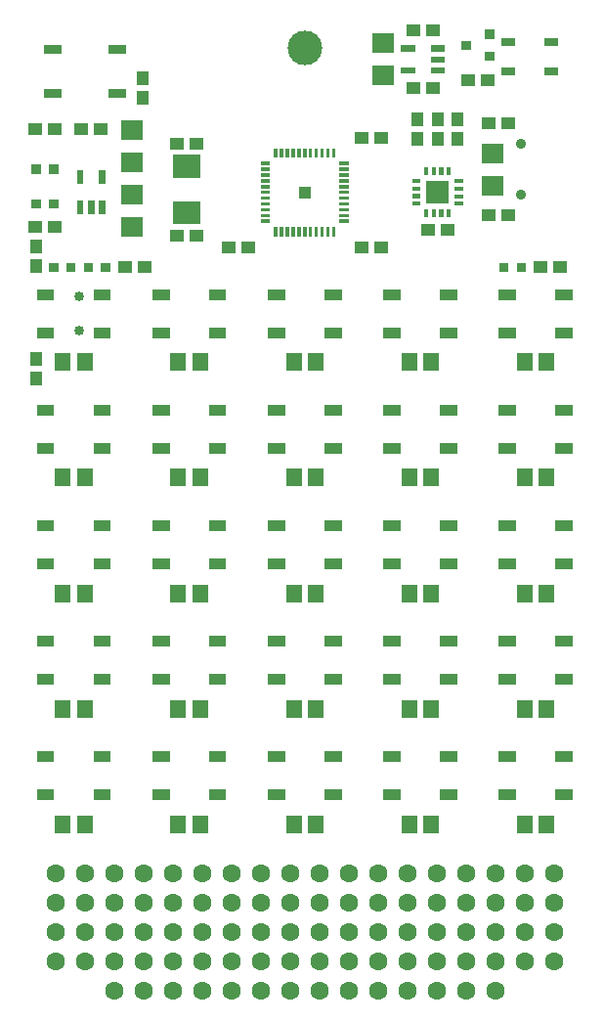
<source format=gbr>
G04 DipTrace 2.4.0.2*
%INTopMask.gbr*%
%MOIN*%
%ADD37C,0.0354*%
%ADD38C,0.1181*%
%ADD39C,0.0335*%
%ADD42C,0.063*%
%ADD52R,0.0551X0.063*%
%ADD54R,0.0433X0.0472*%
%ADD56R,0.0748X0.0669*%
%ADD58R,0.0472X0.0433*%
%FSLAX44Y44*%
G04*
G70*
G90*
G75*
G01*
%LNTopMask*%
%LPD*%
D58*
X13543Y34252D3*
X14213D3*
X11772Y30610D3*
X12441D3*
X5472Y27264D3*
X6142D3*
X5472Y30413D3*
X6142D3*
D56*
X3937Y30866D3*
Y29764D3*
Y27559D3*
Y28661D3*
D58*
X7913Y26870D3*
X7244D3*
X11772D3*
X12441D3*
X13543Y32283D3*
X14213D3*
D56*
X12500Y32717D3*
Y33819D3*
D54*
X14370Y30571D3*
Y31240D3*
X13681Y30571D3*
Y31240D3*
X15059Y30571D3*
Y31240D3*
D58*
X14035Y27461D3*
X14705D3*
D52*
X2343Y22953D3*
X1594D3*
X6280D3*
X5531D3*
X10217D3*
X9469D3*
X14154D3*
X13406D3*
X18091D3*
X17343D3*
X2343Y19016D3*
X1594D3*
X6280D3*
X5531D3*
X10217D3*
X9469D3*
X14154D3*
X13406D3*
X18091D3*
X17343D3*
X2343Y15079D3*
X1594D3*
X6280D3*
X5531D3*
X10217D3*
X9469D3*
X14154D3*
X13406D3*
X18091D3*
X17343D3*
X2343Y11142D3*
X1594D3*
X6280D3*
X5531D3*
X10217D3*
X9469D3*
X14154D3*
X13406D3*
X18091D3*
X17343D3*
X2343Y7205D3*
X1594D3*
X6280D3*
X5531D3*
X10217D3*
X9469D3*
X14154D3*
X13406D3*
X18091D3*
X17343D3*
D37*
X17224Y30394D3*
Y28661D3*
G36*
X18484Y33996D2*
X18012D1*
Y33720D1*
X18484D1*
Y33996D1*
G37*
G36*
X17028D2*
X16555D1*
Y33720D1*
X17028D1*
Y33996D1*
G37*
G36*
X18484Y33012D2*
X18012D1*
Y32736D1*
X18484D1*
Y33012D1*
G37*
G36*
X17028D2*
X16555D1*
Y32736D1*
X17028D1*
Y33012D1*
G37*
D56*
X16240Y30079D3*
Y28976D3*
D38*
X9843Y33661D3*
G36*
X846Y29370D2*
Y29685D1*
X531D1*
Y29370D1*
X846D1*
G37*
G36*
X1437D2*
Y29685D1*
X1122D1*
Y29370D1*
X1437D1*
G37*
G36*
X846Y28189D2*
Y28504D1*
X531D1*
Y28189D1*
X846D1*
G37*
G36*
X1437D2*
Y28504D1*
X1122D1*
Y28189D1*
X1437D1*
G37*
G36*
X1713Y26339D2*
Y26024D1*
X2028D1*
Y26339D1*
X1713D1*
G37*
G36*
X1122D2*
Y26024D1*
X1437D1*
Y26339D1*
X1122D1*
G37*
G36*
X2618Y26024D2*
Y26339D1*
X2303D1*
Y26024D1*
X2618D1*
G37*
G36*
X3209D2*
Y26339D1*
X2894D1*
Y26024D1*
X3209D1*
G37*
G36*
X16791D2*
Y26339D1*
X16476D1*
Y26024D1*
X16791D1*
G37*
G36*
X17382D2*
Y26339D1*
X17067D1*
Y26024D1*
X17382D1*
G37*
G36*
X2638Y23780D2*
X3228D1*
Y24134D1*
X2638D1*
Y23780D1*
G37*
G36*
Y25079D2*
X3228D1*
Y25433D1*
X2638D1*
Y25079D1*
G37*
G36*
X709D2*
X1299D1*
Y25433D1*
X709D1*
Y25079D1*
G37*
G36*
Y23780D2*
X1299D1*
Y24134D1*
X709D1*
Y23780D1*
G37*
G36*
X6575D2*
X7165D1*
Y24134D1*
X6575D1*
Y23780D1*
G37*
G36*
Y25079D2*
X7165D1*
Y25433D1*
X6575D1*
Y25079D1*
G37*
G36*
X4646D2*
X5236D1*
Y25433D1*
X4646D1*
Y25079D1*
G37*
G36*
Y23780D2*
X5236D1*
Y24134D1*
X4646D1*
Y23780D1*
G37*
G36*
X10512D2*
X11102D1*
Y24134D1*
X10512D1*
Y23780D1*
G37*
G36*
Y25079D2*
X11102D1*
Y25433D1*
X10512D1*
Y25079D1*
G37*
G36*
X8583D2*
X9173D1*
Y25433D1*
X8583D1*
Y25079D1*
G37*
G36*
Y23780D2*
X9173D1*
Y24134D1*
X8583D1*
Y23780D1*
G37*
G36*
X14449D2*
X15039D1*
Y24134D1*
X14449D1*
Y23780D1*
G37*
G36*
Y25079D2*
X15039D1*
Y25433D1*
X14449D1*
Y25079D1*
G37*
G36*
X12520D2*
X13110D1*
Y25433D1*
X12520D1*
Y25079D1*
G37*
G36*
Y23780D2*
X13110D1*
Y24134D1*
X12520D1*
Y23780D1*
G37*
G36*
X18386D2*
X18976D1*
Y24134D1*
X18386D1*
Y23780D1*
G37*
G36*
Y25079D2*
X18976D1*
Y25433D1*
X18386D1*
Y25079D1*
G37*
G36*
X16457D2*
X17047D1*
Y25433D1*
X16457D1*
Y25079D1*
G37*
G36*
Y23780D2*
X17047D1*
Y24134D1*
X16457D1*
Y23780D1*
G37*
G36*
X2638Y19843D2*
X3228D1*
Y20197D1*
X2638D1*
Y19843D1*
G37*
G36*
Y21142D2*
X3228D1*
Y21496D1*
X2638D1*
Y21142D1*
G37*
G36*
X709D2*
X1299D1*
Y21496D1*
X709D1*
Y21142D1*
G37*
G36*
Y19843D2*
X1299D1*
Y20197D1*
X709D1*
Y19843D1*
G37*
G36*
X6575D2*
X7165D1*
Y20197D1*
X6575D1*
Y19843D1*
G37*
G36*
Y21142D2*
X7165D1*
Y21496D1*
X6575D1*
Y21142D1*
G37*
G36*
X4646D2*
X5236D1*
Y21496D1*
X4646D1*
Y21142D1*
G37*
G36*
Y19843D2*
X5236D1*
Y20197D1*
X4646D1*
Y19843D1*
G37*
G36*
X10512D2*
X11102D1*
Y20197D1*
X10512D1*
Y19843D1*
G37*
G36*
Y21142D2*
X11102D1*
Y21496D1*
X10512D1*
Y21142D1*
G37*
G36*
X8583D2*
X9173D1*
Y21496D1*
X8583D1*
Y21142D1*
G37*
G36*
Y19843D2*
X9173D1*
Y20197D1*
X8583D1*
Y19843D1*
G37*
G36*
X14449D2*
X15039D1*
Y20197D1*
X14449D1*
Y19843D1*
G37*
G36*
Y21142D2*
X15039D1*
Y21496D1*
X14449D1*
Y21142D1*
G37*
G36*
X12520D2*
X13110D1*
Y21496D1*
X12520D1*
Y21142D1*
G37*
G36*
Y19843D2*
X13110D1*
Y20197D1*
X12520D1*
Y19843D1*
G37*
G36*
X18386D2*
X18976D1*
Y20197D1*
X18386D1*
Y19843D1*
G37*
G36*
Y21142D2*
X18976D1*
Y21496D1*
X18386D1*
Y21142D1*
G37*
G36*
X16457D2*
X17047D1*
Y21496D1*
X16457D1*
Y21142D1*
G37*
G36*
Y19843D2*
X17047D1*
Y20197D1*
X16457D1*
Y19843D1*
G37*
G36*
X2638Y15906D2*
X3228D1*
Y16260D1*
X2638D1*
Y15906D1*
G37*
G36*
Y17205D2*
X3228D1*
Y17559D1*
X2638D1*
Y17205D1*
G37*
G36*
X709D2*
X1299D1*
Y17559D1*
X709D1*
Y17205D1*
G37*
G36*
Y15906D2*
X1299D1*
Y16260D1*
X709D1*
Y15906D1*
G37*
G36*
X6575D2*
X7165D1*
Y16260D1*
X6575D1*
Y15906D1*
G37*
G36*
Y17205D2*
X7165D1*
Y17559D1*
X6575D1*
Y17205D1*
G37*
G36*
X4646D2*
X5236D1*
Y17559D1*
X4646D1*
Y17205D1*
G37*
G36*
Y15906D2*
X5236D1*
Y16260D1*
X4646D1*
Y15906D1*
G37*
G36*
X10512D2*
X11102D1*
Y16260D1*
X10512D1*
Y15906D1*
G37*
G36*
Y17205D2*
X11102D1*
Y17559D1*
X10512D1*
Y17205D1*
G37*
G36*
X8583D2*
X9173D1*
Y17559D1*
X8583D1*
Y17205D1*
G37*
G36*
Y15906D2*
X9173D1*
Y16260D1*
X8583D1*
Y15906D1*
G37*
G36*
X14449D2*
X15039D1*
Y16260D1*
X14449D1*
Y15906D1*
G37*
G36*
Y17205D2*
X15039D1*
Y17559D1*
X14449D1*
Y17205D1*
G37*
G36*
X12520D2*
X13110D1*
Y17559D1*
X12520D1*
Y17205D1*
G37*
G36*
Y15906D2*
X13110D1*
Y16260D1*
X12520D1*
Y15906D1*
G37*
G36*
X18386D2*
X18976D1*
Y16260D1*
X18386D1*
Y15906D1*
G37*
G36*
Y17205D2*
X18976D1*
Y17559D1*
X18386D1*
Y17205D1*
G37*
G36*
X16457D2*
X17047D1*
Y17559D1*
X16457D1*
Y17205D1*
G37*
G36*
Y15906D2*
X17047D1*
Y16260D1*
X16457D1*
Y15906D1*
G37*
G36*
X2638Y11969D2*
X3228D1*
Y12323D1*
X2638D1*
Y11969D1*
G37*
G36*
Y13268D2*
X3228D1*
Y13622D1*
X2638D1*
Y13268D1*
G37*
G36*
X709D2*
X1299D1*
Y13622D1*
X709D1*
Y13268D1*
G37*
G36*
Y11969D2*
X1299D1*
Y12323D1*
X709D1*
Y11969D1*
G37*
G36*
X6575D2*
X7165D1*
Y12323D1*
X6575D1*
Y11969D1*
G37*
G36*
Y13268D2*
X7165D1*
Y13622D1*
X6575D1*
Y13268D1*
G37*
G36*
X4646D2*
X5236D1*
Y13622D1*
X4646D1*
Y13268D1*
G37*
G36*
Y11969D2*
X5236D1*
Y12323D1*
X4646D1*
Y11969D1*
G37*
G36*
X10512D2*
X11102D1*
Y12323D1*
X10512D1*
Y11969D1*
G37*
G36*
Y13268D2*
X11102D1*
Y13622D1*
X10512D1*
Y13268D1*
G37*
G36*
X8583D2*
X9173D1*
Y13622D1*
X8583D1*
Y13268D1*
G37*
G36*
Y11969D2*
X9173D1*
Y12323D1*
X8583D1*
Y11969D1*
G37*
G36*
X14449D2*
X15039D1*
Y12323D1*
X14449D1*
Y11969D1*
G37*
G36*
Y13268D2*
X15039D1*
Y13622D1*
X14449D1*
Y13268D1*
G37*
G36*
X12520D2*
X13110D1*
Y13622D1*
X12520D1*
Y13268D1*
G37*
G36*
Y11969D2*
X13110D1*
Y12323D1*
X12520D1*
Y11969D1*
G37*
G36*
X18386D2*
X18976D1*
Y12323D1*
X18386D1*
Y11969D1*
G37*
G36*
Y13268D2*
X18976D1*
Y13622D1*
X18386D1*
Y13268D1*
G37*
G36*
X16457D2*
X17047D1*
Y13622D1*
X16457D1*
Y13268D1*
G37*
G36*
Y11969D2*
X17047D1*
Y12323D1*
X16457D1*
Y11969D1*
G37*
G36*
X2638Y8031D2*
X3228D1*
Y8386D1*
X2638D1*
Y8031D1*
G37*
G36*
Y9331D2*
X3228D1*
Y9685D1*
X2638D1*
Y9331D1*
G37*
G36*
X709D2*
X1299D1*
Y9685D1*
X709D1*
Y9331D1*
G37*
G36*
Y8031D2*
X1299D1*
Y8386D1*
X709D1*
Y8031D1*
G37*
G36*
X6575D2*
X7165D1*
Y8386D1*
X6575D1*
Y8031D1*
G37*
G36*
Y9331D2*
X7165D1*
Y9685D1*
X6575D1*
Y9331D1*
G37*
G36*
X4646D2*
X5236D1*
Y9685D1*
X4646D1*
Y9331D1*
G37*
G36*
Y8031D2*
X5236D1*
Y8386D1*
X4646D1*
Y8031D1*
G37*
G36*
X10512D2*
X11102D1*
Y8386D1*
X10512D1*
Y8031D1*
G37*
G36*
Y9331D2*
X11102D1*
Y9685D1*
X10512D1*
Y9331D1*
G37*
G36*
X8583D2*
X9173D1*
Y9685D1*
X8583D1*
Y9331D1*
G37*
G36*
Y8031D2*
X9173D1*
Y8386D1*
X8583D1*
Y8031D1*
G37*
G36*
X14449D2*
X15039D1*
Y8386D1*
X14449D1*
Y8031D1*
G37*
G36*
Y9331D2*
X15039D1*
Y9685D1*
X14449D1*
Y9331D1*
G37*
G36*
X12520D2*
X13110D1*
Y9685D1*
X12520D1*
Y9331D1*
G37*
G36*
Y8031D2*
X13110D1*
Y8386D1*
X12520D1*
Y8031D1*
G37*
G36*
X18386D2*
X18976D1*
Y8386D1*
X18386D1*
Y8031D1*
G37*
G36*
Y9331D2*
X18976D1*
Y9685D1*
X18386D1*
Y9331D1*
G37*
G36*
X16457D2*
X17047D1*
Y9685D1*
X16457D1*
Y9331D1*
G37*
G36*
Y8031D2*
X17047D1*
Y8386D1*
X16457D1*
Y8031D1*
G37*
D42*
X3343Y1543D3*
X4343D3*
X5343D3*
X6343D3*
X7343D3*
X8343D3*
X9343D3*
X10343D3*
X11343D3*
X12343D3*
X13343D3*
X14343D3*
X15343D3*
X16343D3*
X18343Y2543D3*
X17343D3*
X16343D3*
X15343D3*
X14343D3*
X13343D3*
X12343D3*
X11343D3*
X10343D3*
X9343D3*
X8343D3*
X7343D3*
X6343D3*
X5343D3*
X4343D3*
X3343D3*
X2343D3*
X1343D3*
Y3543D3*
X2343D3*
X3343D3*
X4343D3*
X5343D3*
X6343D3*
X7343D3*
X8343D3*
X9343D3*
X10343D3*
X11343D3*
X12343D3*
X13343D3*
X14343D3*
X15343D3*
X16343D3*
X17343D3*
X18343D3*
Y4543D3*
X17343D3*
X16343D3*
X15343D3*
X14343D3*
X13343D3*
X12343D3*
X11343D3*
X10343D3*
X9343D3*
X8343D3*
X7343D3*
X6343D3*
X5343D3*
X4343D3*
X3343D3*
X2343D3*
X1343D3*
Y5543D3*
X2343D3*
X3343D3*
X4343D3*
X5343D3*
X6343D3*
X7343D3*
X8343D3*
X9343D3*
X10343D3*
X11343D3*
X12343D3*
X13343D3*
X14343D3*
X15343D3*
X16343D3*
X17343D3*
X18343D3*
D58*
X1319Y30906D3*
X650D3*
X1319Y27559D3*
X650D3*
X2894Y30906D3*
X2224D3*
X16083Y32579D3*
X15413D3*
D54*
X4331Y32618D3*
Y31949D3*
X689Y26240D3*
Y26909D3*
D58*
X3701Y26181D3*
X4370D3*
X17874D3*
X18543D3*
X16772Y27953D3*
X16102D3*
X16772Y31102D3*
X16102D3*
D54*
X689Y23071D3*
Y22402D3*
D39*
X2165Y25197D3*
Y24016D3*
G36*
X962Y33774D2*
Y33474D1*
X1562D1*
Y33774D1*
X962D1*
G37*
G36*
X3162D2*
Y33474D1*
X3762D1*
Y33774D1*
X3162D1*
G37*
G36*
X962Y32274D2*
Y31974D1*
X1562D1*
Y32274D1*
X962D1*
G37*
G36*
X3162D2*
Y31974D1*
X3762D1*
Y32274D1*
X3162D1*
G37*
G36*
X15523Y33595D2*
Y33905D1*
X15173D1*
Y33595D1*
X15523D1*
G37*
G36*
X16323Y33975D2*
Y34285D1*
X15973D1*
Y33975D1*
X16323D1*
G37*
G36*
Y33215D2*
Y33525D1*
X15973D1*
Y33215D1*
X16323D1*
G37*
G36*
X2293Y28465D2*
X2077D1*
Y27992D1*
X2293D1*
Y28465D1*
G37*
G36*
X2667D2*
X2451D1*
Y27992D1*
X2667D1*
Y28465D1*
G37*
G36*
X3041D2*
X2825D1*
Y27992D1*
X3041D1*
Y28465D1*
G37*
G36*
Y29488D2*
X2825D1*
Y29016D1*
X3041D1*
Y29488D1*
G37*
G36*
X2293D2*
X2077D1*
Y29016D1*
X2293D1*
Y29488D1*
G37*
G36*
X14154Y33002D2*
Y32785D1*
X14626D1*
Y33002D1*
X14154D1*
G37*
G36*
Y33376D2*
Y33159D1*
X14626D1*
Y33376D1*
X14154D1*
G37*
G36*
Y33750D2*
Y33533D1*
X14626D1*
Y33750D1*
X14154D1*
G37*
G36*
X13130D2*
Y33533D1*
X13602D1*
Y33750D1*
X13130D1*
G37*
G36*
Y33002D2*
Y32785D1*
X13602D1*
Y33002D1*
X13130D1*
G37*
G36*
X10039Y28543D2*
X9645D1*
Y28937D1*
X10039D1*
Y28543D1*
G37*
G36*
X10768Y30236D2*
Y29921D1*
X10886D1*
Y30236D1*
X10768D1*
G37*
G36*
X10571D2*
Y29921D1*
X10689D1*
Y30236D1*
X10571D1*
G37*
G36*
X10374D2*
Y29921D1*
X10492D1*
Y30236D1*
X10374D1*
G37*
G36*
X10177D2*
Y29921D1*
X10295D1*
Y30236D1*
X10177D1*
G37*
G36*
X9980D2*
Y29921D1*
X10098D1*
Y30236D1*
X9980D1*
G37*
G36*
X9783D2*
Y29921D1*
X9902D1*
Y30236D1*
X9783D1*
G37*
G36*
X9705Y29921D2*
Y30236D1*
X9587D1*
Y29921D1*
X9705D1*
G37*
G36*
X9508D2*
Y30236D1*
X9390D1*
Y29921D1*
X9508D1*
G37*
G36*
X9311D2*
Y30236D1*
X9193D1*
Y29921D1*
X9311D1*
G37*
G36*
X9114D2*
Y30236D1*
X8996D1*
Y29921D1*
X9114D1*
G37*
G36*
X8917D2*
Y30236D1*
X8799D1*
Y29921D1*
X8917D1*
G37*
G36*
X8346Y29665D2*
X8661D1*
Y29783D1*
X8346D1*
Y29665D1*
G37*
G36*
Y29469D2*
X8661D1*
Y29587D1*
X8346D1*
Y29469D1*
G37*
G36*
Y29272D2*
X8661D1*
Y29390D1*
X8346D1*
Y29272D1*
G37*
G36*
Y29075D2*
X8661D1*
Y29193D1*
X8346D1*
Y29075D1*
G37*
G36*
Y28878D2*
X8661D1*
Y28996D1*
X8346D1*
Y28878D1*
G37*
G36*
Y28681D2*
X8661D1*
Y28799D1*
X8346D1*
Y28681D1*
G37*
G36*
X8661Y28602D2*
X8346D1*
Y28484D1*
X8661D1*
Y28602D1*
G37*
G36*
Y28406D2*
X8346D1*
Y28287D1*
X8661D1*
Y28406D1*
G37*
G36*
Y28209D2*
X8346D1*
Y28091D1*
X8661D1*
Y28209D1*
G37*
G36*
Y28012D2*
X8346D1*
Y27894D1*
X8661D1*
Y28012D1*
G37*
G36*
Y27815D2*
X8346D1*
Y27697D1*
X8661D1*
Y27815D1*
G37*
G36*
X8917Y27244D2*
Y27559D1*
X8799D1*
Y27244D1*
X8917D1*
G37*
G36*
X9114D2*
Y27559D1*
X8996D1*
Y27244D1*
X9114D1*
G37*
G36*
X9311D2*
Y27559D1*
X9193D1*
Y27244D1*
X9311D1*
G37*
G36*
X9508D2*
Y27559D1*
X9390D1*
Y27244D1*
X9508D1*
G37*
G36*
X9705D2*
Y27559D1*
X9587D1*
Y27244D1*
X9705D1*
G37*
G36*
X9902D2*
Y27559D1*
X9783D1*
Y27244D1*
X9902D1*
G37*
G36*
X9980Y27559D2*
Y27244D1*
X10098D1*
Y27559D1*
X9980D1*
G37*
G36*
X10177D2*
Y27244D1*
X10295D1*
Y27559D1*
X10177D1*
G37*
G36*
X10374D2*
Y27244D1*
X10492D1*
Y27559D1*
X10374D1*
G37*
G36*
X10571D2*
Y27244D1*
X10689D1*
Y27559D1*
X10571D1*
G37*
G36*
X10768D2*
Y27244D1*
X10886D1*
Y27559D1*
X10768D1*
G37*
G36*
X11339Y27815D2*
X11024D1*
Y27697D1*
X11339D1*
Y27815D1*
G37*
G36*
Y28012D2*
X11024D1*
Y27894D1*
X11339D1*
Y28012D1*
G37*
G36*
Y28209D2*
X11024D1*
Y28091D1*
X11339D1*
Y28209D1*
G37*
G36*
Y28406D2*
X11024D1*
Y28287D1*
X11339D1*
Y28406D1*
G37*
G36*
Y28602D2*
X11024D1*
Y28484D1*
X11339D1*
Y28602D1*
G37*
G36*
Y28799D2*
X11024D1*
Y28681D1*
X11339D1*
Y28799D1*
G37*
G36*
X11024Y28878D2*
X11339D1*
Y28996D1*
X11024D1*
Y28878D1*
G37*
G36*
Y29075D2*
X11339D1*
Y29193D1*
X11024D1*
Y29075D1*
G37*
G36*
Y29272D2*
X11339D1*
Y29390D1*
X11024D1*
Y29272D1*
G37*
G36*
Y29469D2*
X11339D1*
Y29587D1*
X11024D1*
Y29469D1*
G37*
G36*
Y29665D2*
X11339D1*
Y29783D1*
X11024D1*
Y29665D1*
G37*
G36*
X13976Y29134D2*
X14764D1*
Y28347D1*
X13976D1*
Y29134D1*
G37*
G36*
X13917Y28159D2*
Y27884D1*
X14055D1*
Y28159D1*
X13917D1*
G37*
G36*
X14173D2*
Y27884D1*
X14311D1*
Y28159D1*
X14173D1*
G37*
G36*
X14429D2*
Y27884D1*
X14567D1*
Y28159D1*
X14429D1*
G37*
G36*
X14685D2*
Y27884D1*
X14823D1*
Y28159D1*
X14685D1*
G37*
G36*
X14961Y28287D2*
X15236D1*
Y28425D1*
X14961D1*
Y28287D1*
G37*
G36*
Y28533D2*
X15236D1*
Y28671D1*
X14961D1*
Y28533D1*
G37*
G36*
Y28799D2*
X15236D1*
Y28937D1*
X14961D1*
Y28799D1*
G37*
G36*
Y29055D2*
X15236D1*
Y29193D1*
X14961D1*
Y29055D1*
G37*
G36*
X14823Y29321D2*
Y29596D1*
X14685D1*
Y29321D1*
X14823D1*
G37*
G36*
X14567D2*
Y29596D1*
X14429D1*
Y29321D1*
X14567D1*
G37*
G36*
X14311D2*
Y29596D1*
X14173D1*
Y29321D1*
X14311D1*
G37*
G36*
X14055D2*
Y29596D1*
X13917D1*
Y29321D1*
X14055D1*
G37*
G36*
X13789Y29193D2*
X13514D1*
Y29055D1*
X13789D1*
Y29193D1*
G37*
G36*
Y28937D2*
X13514D1*
Y28799D1*
X13789D1*
Y28937D1*
G37*
G36*
Y28681D2*
X13514D1*
Y28543D1*
X13789D1*
Y28681D1*
G37*
G36*
Y28425D2*
X13514D1*
Y28287D1*
X13789D1*
Y28425D1*
G37*
G36*
X5335Y30020D2*
Y29232D1*
X6280D1*
Y30020D1*
X5335D1*
G37*
G36*
X6280Y27657D2*
Y28445D1*
X5335D1*
Y27657D1*
X6280D1*
G37*
M02*

</source>
